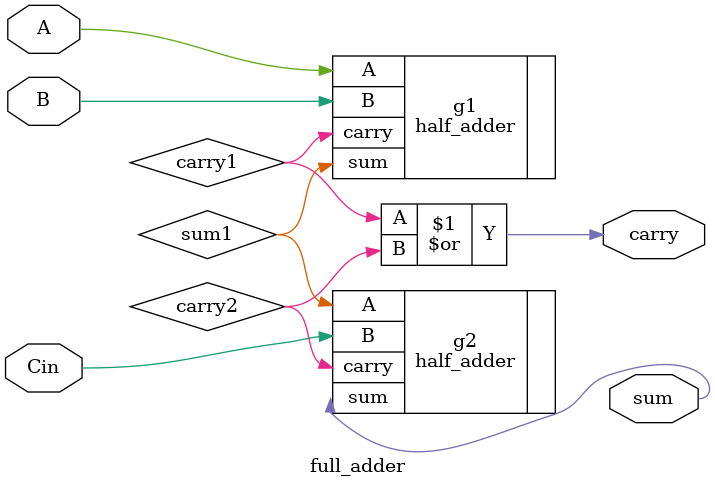
<source format=v>

module full_adder(
    input wire A,
    input wire B,
    input wire Cin,
    output wire sum,
    output wire carry
);

    wire sum1, carry1, carry2;

    half_adder g1 (
        .A(A), 
        .B(B), 
        .sum(sum1), 
        .carry(carry1)
    );

    half_adder g2 (
        .A(sum1), 
        .B(Cin), 
        .sum(sum), 
        .carry(carry2)
    );

    assign carry = carry1 | carry2;
endmodule

</source>
